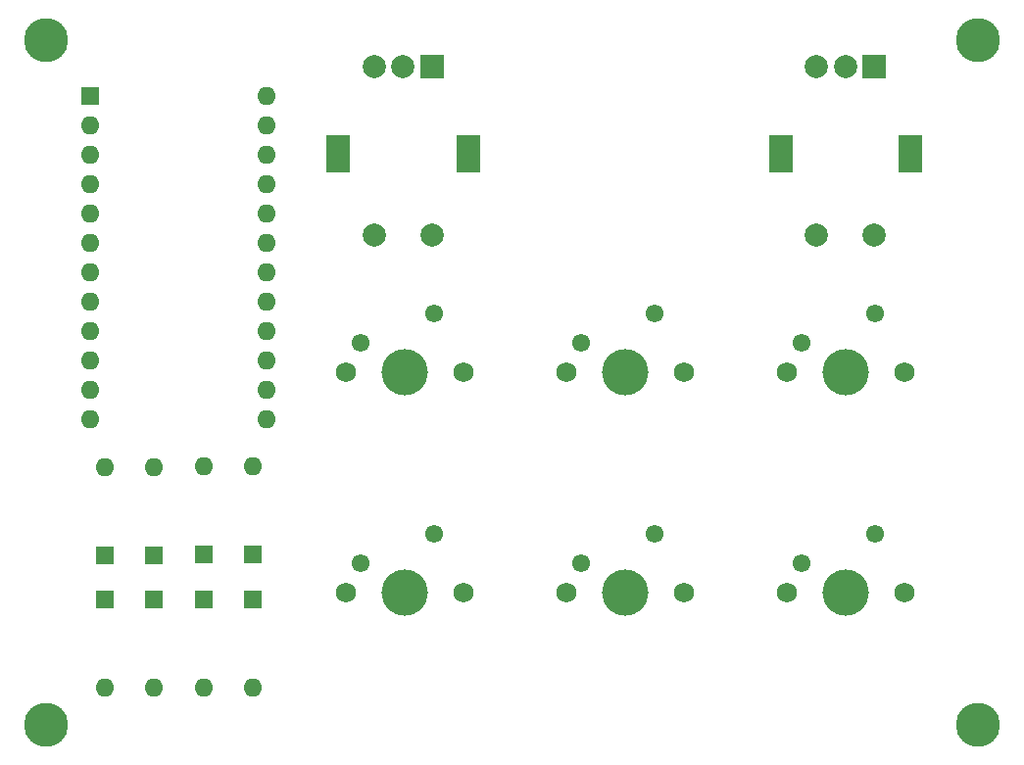
<source format=gbr>
%TF.GenerationSoftware,KiCad,Pcbnew,6.0.11-2627ca5db0~126~ubuntu22.04.1*%
%TF.CreationDate,2023-02-27T14:07:39+07:00*%
%TF.ProjectId,macro,6d616372-6f2e-46b6-9963-61645f706362,rev?*%
%TF.SameCoordinates,Original*%
%TF.FileFunction,Soldermask,Top*%
%TF.FilePolarity,Negative*%
%FSLAX46Y46*%
G04 Gerber Fmt 4.6, Leading zero omitted, Abs format (unit mm)*
G04 Created by KiCad (PCBNEW 6.0.11-2627ca5db0~126~ubuntu22.04.1) date 2023-02-27 14:07:39*
%MOMM*%
%LPD*%
G01*
G04 APERTURE LIST*
%ADD10C,1.550000*%
%ADD11C,1.750000*%
%ADD12C,4.000000*%
%ADD13R,1.600000X1.600000*%
%ADD14O,1.600000X1.600000*%
%ADD15R,2.000000X2.000000*%
%ADD16C,2.000000*%
%ADD17R,2.000000X3.200000*%
%ADD18C,3.800000*%
G04 APERTURE END LIST*
D10*
%TO.C,K6*%
X125515000Y-128345000D03*
D11*
X128055000Y-133425000D03*
X117895000Y-133425000D03*
D10*
X119165000Y-130885000D03*
D12*
X122975000Y-133425000D03*
%TD*%
D13*
%TO.C,D1*%
X67500000Y-130160000D03*
D14*
X67500000Y-122540000D03*
%TD*%
D13*
%TO.C,U1*%
X57680000Y-90520000D03*
D14*
X57680000Y-93060000D03*
X57680000Y-95600000D03*
X57680000Y-98140000D03*
X57680000Y-100680000D03*
X57680000Y-103220000D03*
X57680000Y-105760000D03*
X57680000Y-108300000D03*
X57680000Y-110840000D03*
X57680000Y-113380000D03*
X57680000Y-115920000D03*
X57680000Y-118460000D03*
X72920000Y-118460000D03*
X72920000Y-115920000D03*
X72920000Y-113380000D03*
X72920000Y-110840000D03*
X72920000Y-108300000D03*
X72920000Y-105760000D03*
X72920000Y-103220000D03*
X72920000Y-100680000D03*
X72920000Y-98140000D03*
X72920000Y-95600000D03*
X72920000Y-93060000D03*
X72920000Y-90520000D03*
%TD*%
D13*
%TO.C,D5*%
X67500000Y-134025000D03*
D14*
X67500000Y-141645000D03*
%TD*%
D15*
%TO.C,RE2*%
X125480000Y-88000000D03*
D16*
X120480000Y-88000000D03*
X122980000Y-88000000D03*
D17*
X128580000Y-95500000D03*
X117380000Y-95500000D03*
D16*
X120480000Y-102500000D03*
X125480000Y-102500000D03*
%TD*%
D10*
%TO.C,K1*%
X81065000Y-111835000D03*
D11*
X89955000Y-114375000D03*
D12*
X84875000Y-114375000D03*
D10*
X87415000Y-109295000D03*
D11*
X79795000Y-114375000D03*
%TD*%
%TO.C,K2*%
X109005000Y-114375000D03*
D10*
X100115000Y-111835000D03*
D11*
X98845000Y-114375000D03*
D10*
X106465000Y-109295000D03*
D12*
X103925000Y-114375000D03*
%TD*%
D11*
%TO.C,K3*%
X128055000Y-114375000D03*
X117895000Y-114375000D03*
D12*
X122975000Y-114375000D03*
D10*
X119165000Y-111835000D03*
X125515000Y-109295000D03*
%TD*%
D13*
%TO.C,D3*%
X58975000Y-134050000D03*
D14*
X58975000Y-141670000D03*
%TD*%
D11*
%TO.C,K5*%
X98845000Y-133425000D03*
D10*
X100115000Y-130885000D03*
D11*
X109005000Y-133425000D03*
D10*
X106465000Y-128345000D03*
D12*
X103925000Y-133425000D03*
%TD*%
D13*
%TO.C,D_re1*%
X63250000Y-130170000D03*
D14*
X63250000Y-122550000D03*
%TD*%
D13*
%TO.C,D_re2*%
X59000000Y-130185000D03*
D14*
X59000000Y-122565000D03*
%TD*%
D18*
%TO.C,*%
X134400000Y-85650000D03*
%TD*%
%TO.C,REF\u002A\u002A*%
X53925000Y-144850000D03*
%TD*%
%TO.C,REF\u002A\u002A*%
X53925000Y-85650000D03*
%TD*%
D13*
%TO.C,D4*%
X71750000Y-134040000D03*
D14*
X71750000Y-141660000D03*
%TD*%
D13*
%TO.C,D6*%
X63250000Y-134025000D03*
D14*
X63250000Y-141645000D03*
%TD*%
D11*
%TO.C,K4*%
X89955000Y-133425000D03*
D10*
X81065000Y-130885000D03*
D12*
X84875000Y-133425000D03*
D10*
X87415000Y-128345000D03*
D11*
X79795000Y-133425000D03*
%TD*%
D13*
%TO.C,D2*%
X71750000Y-130160000D03*
D14*
X71750000Y-122540000D03*
%TD*%
D18*
%TO.C,REF\u002A\u002A*%
X134400000Y-144850000D03*
%TD*%
D15*
%TO.C,RE1*%
X87250000Y-88000000D03*
D16*
X82250000Y-88000000D03*
X84750000Y-88000000D03*
D17*
X79150000Y-95500000D03*
X90350000Y-95500000D03*
D16*
X82250000Y-102500000D03*
X87250000Y-102500000D03*
%TD*%
M02*

</source>
